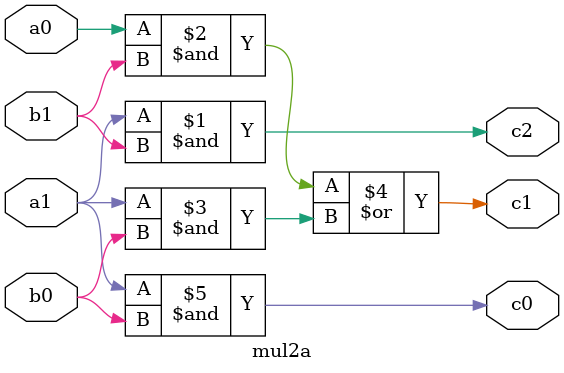
<source format=v>
module mul2a (
    input wire a1, a0, b1, b0, 
    output wire c2, c1, c0      
);

    assign c2 = a1 & b1;
    assign c1 = (a0 & b1) | (a1 & b0);
    assign c0 = a1 & b0;

endmodule

</source>
